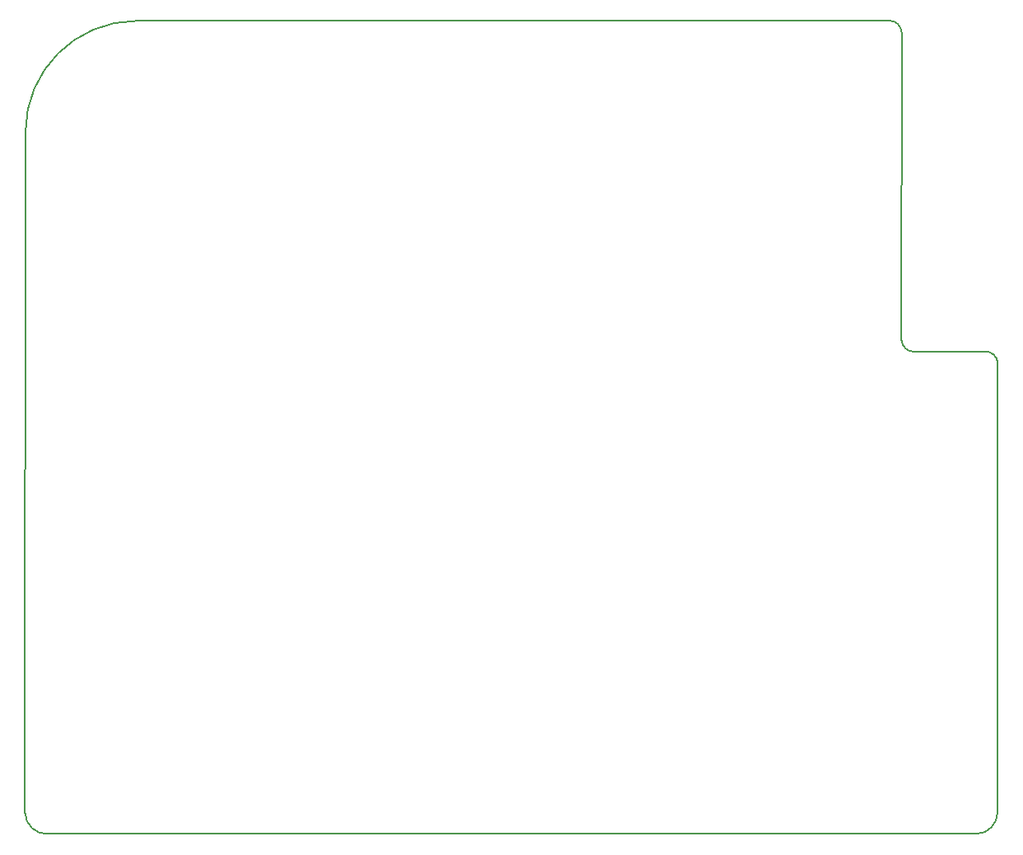
<source format=gm1>
G04 #@! TF.GenerationSoftware,KiCad,Pcbnew,5.1.6*
G04 #@! TF.CreationDate,2020-07-27T10:41:18+01:00*
G04 #@! TF.ProjectId,cradio10,63726164-696f-4313-902e-6b696361645f,1.0*
G04 #@! TF.SameCoordinates,Original*
G04 #@! TF.FileFunction,Profile,NP*
%FSLAX46Y46*%
G04 Gerber Fmt 4.6, Leading zero omitted, Abs format (unit mm)*
G04 Created by KiCad (PCBNEW 5.1.6) date 2020-07-27 10:41:18*
%MOMM*%
%LPD*%
G01*
G04 APERTURE LIST*
G04 #@! TA.AperFunction,Profile*
%ADD10C,0.150000*%
G04 #@! TD*
G04 APERTURE END LIST*
D10*
X126430000Y-50504704D02*
G75*
G02*
X125188000Y-49342000I0J1244704D01*
G01*
X133838000Y-50497296D02*
G75*
G02*
X135080000Y-51660000I0J-1244704D01*
G01*
X37289988Y-100080792D02*
X132879948Y-100080002D01*
X135080000Y-51660000D02*
X135060000Y-97790000D01*
X37289988Y-100080792D02*
G75*
G02*
X35020000Y-97910000I-49988J2219982D01*
G01*
X135060000Y-97790000D02*
G75*
G02*
X132879948Y-100080002I-2219242J-70002D01*
G01*
X123930000Y-16480000D02*
G75*
G02*
X125200000Y-17750000I0J-1270000D01*
G01*
X35060000Y-27940000D02*
G75*
G02*
X46490000Y-16510000I11430000J0D01*
G01*
X133838000Y-50497296D02*
X126430000Y-50504704D01*
X35060000Y-27940000D02*
X35020000Y-97910000D01*
X125188000Y-49342000D02*
X125200000Y-17750000D01*
X123930000Y-16480000D02*
X46490000Y-16510000D01*
M02*

</source>
